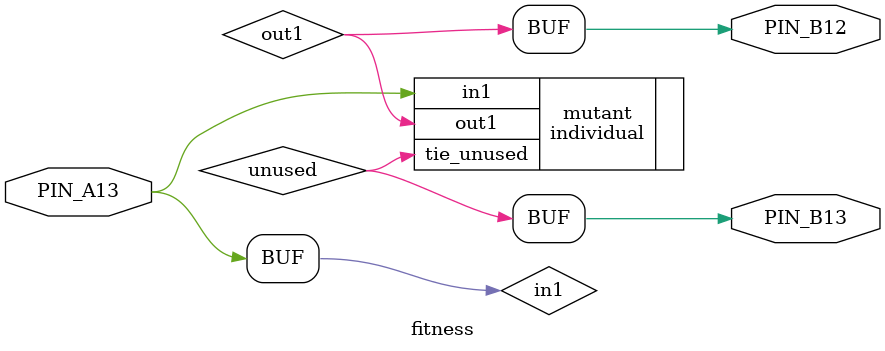
<source format=v>
module fitness (
	PIN_A13,
	PIN_B12,
	PIN_B13
);

input PIN_A13;
output PIN_B12;
output PIN_B13;

wire in1;
wire out1;
wire unused;

individual mutant (
	.in1(in1),
	.out1(out1),
	.tie_unused(unused)
);

assign in1 = PIN_A13;
assign PIN_B12 = out1;
assign PIN_B13 = unused;

endmodule


</source>
